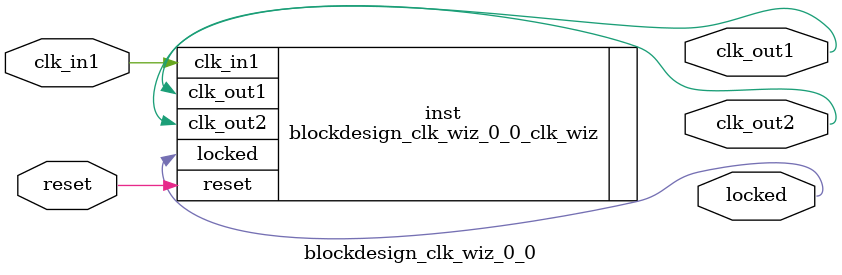
<source format=v>


`timescale 1ps/1ps

(* CORE_GENERATION_INFO = "blockdesign_clk_wiz_0_0,clk_wiz_v5_4_3_0,{component_name=blockdesign_clk_wiz_0_0,use_phase_alignment=true,use_min_o_jitter=false,use_max_i_jitter=false,use_dyn_phase_shift=false,use_inclk_switchover=false,use_dyn_reconfig=false,enable_axi=0,feedback_source=FDBK_AUTO,PRIMITIVE=MMCM,num_out_clk=2,clkin1_period=10.000,clkin2_period=10.000,use_power_down=false,use_reset=true,use_locked=true,use_inclk_stopped=false,feedback_type=SINGLE,CLOCK_MGR_TYPE=NA,manual_override=false}" *)

module blockdesign_clk_wiz_0_0 
 (
  // Clock out ports
  output        clk_out1,
  output        clk_out2,
  // Status and control signals
  input         reset,
  output        locked,
 // Clock in ports
  input         clk_in1
 );

  blockdesign_clk_wiz_0_0_clk_wiz inst
  (
  // Clock out ports  
  .clk_out1(clk_out1),
  .clk_out2(clk_out2),
  // Status and control signals               
  .reset(reset), 
  .locked(locked),
 // Clock in ports
  .clk_in1(clk_in1)
  );

endmodule

</source>
